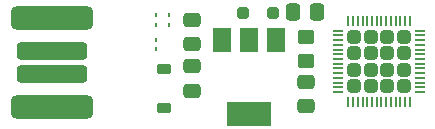
<source format=gbr>
%TF.GenerationSoftware,KiCad,Pcbnew,7.0.7-7.0.7~ubuntu22.04.1*%
%TF.CreationDate,2023-09-14T15:18:48+02:00*%
%TF.ProjectId,MoozyNano,4d6f6f7a-794e-4616-9e6f-2e6b69636164,rev?*%
%TF.SameCoordinates,Original*%
%TF.FileFunction,Paste,Top*%
%TF.FilePolarity,Positive*%
%FSLAX46Y46*%
G04 Gerber Fmt 4.6, Leading zero omitted, Abs format (unit mm)*
G04 Created by KiCad (PCBNEW 7.0.7-7.0.7~ubuntu22.04.1) date 2023-09-14 15:18:48*
%MOMM*%
%LPD*%
G01*
G04 APERTURE LIST*
G04 Aperture macros list*
%AMRoundRect*
0 Rectangle with rounded corners*
0 $1 Rounding radius*
0 $2 $3 $4 $5 $6 $7 $8 $9 X,Y pos of 4 corners*
0 Add a 4 corners polygon primitive as box body*
4,1,4,$2,$3,$4,$5,$6,$7,$8,$9,$2,$3,0*
0 Add four circle primitives for the rounded corners*
1,1,$1+$1,$2,$3*
1,1,$1+$1,$4,$5*
1,1,$1+$1,$6,$7*
1,1,$1+$1,$8,$9*
0 Add four rect primitives between the rounded corners*
20,1,$1+$1,$2,$3,$4,$5,0*
20,1,$1+$1,$4,$5,$6,$7,0*
20,1,$1+$1,$6,$7,$8,$9,0*
20,1,$1+$1,$8,$9,$2,$3,0*%
G04 Aperture macros list end*
%ADD10RoundRect,0.250000X0.475000X-0.337500X0.475000X0.337500X-0.475000X0.337500X-0.475000X-0.337500X0*%
%ADD11RoundRect,0.250000X-0.475000X0.337500X-0.475000X-0.337500X0.475000X-0.337500X0.475000X0.337500X0*%
%ADD12RoundRect,0.250000X-0.337500X-0.475000X0.337500X-0.475000X0.337500X0.475000X-0.337500X0.475000X0*%
%ADD13RoundRect,0.050000X-0.050000X-0.387500X0.050000X-0.387500X0.050000X0.387500X-0.050000X0.387500X0*%
%ADD14RoundRect,0.050000X-0.387500X-0.050000X0.387500X-0.050000X0.387500X0.050000X-0.387500X0.050000X0*%
%ADD15RoundRect,0.250000X-0.315000X-0.315000X0.315000X-0.315000X0.315000X0.315000X-0.315000X0.315000X0*%
%ADD16RoundRect,0.250000X-0.450000X0.350000X-0.450000X-0.350000X0.450000X-0.350000X0.450000X0.350000X0*%
%ADD17RoundRect,0.225000X-0.375000X0.225000X-0.375000X-0.225000X0.375000X-0.225000X0.375000X0.225000X0*%
%ADD18RoundRect,0.062500X0.062500X-0.117500X0.062500X0.117500X-0.062500X0.117500X-0.062500X-0.117500X0*%
%ADD19RoundRect,0.500000X-3.000000X-0.500000X3.000000X-0.500000X3.000000X0.500000X-3.000000X0.500000X0*%
%ADD20RoundRect,0.375000X-2.625000X-0.375000X2.625000X-0.375000X2.625000X0.375000X-2.625000X0.375000X0*%
%ADD21RoundRect,0.250000X0.250000X0.250000X-0.250000X0.250000X-0.250000X-0.250000X0.250000X-0.250000X0*%
%ADD22R,1.500000X2.000000*%
%ADD23R,3.800000X2.000000*%
G04 APERTURE END LIST*
D10*
%TO.C,C4*%
X132994400Y-85119300D03*
X132994400Y-87194300D03*
%TD*%
D11*
%TO.C,C1*%
X123342400Y-83823900D03*
X123342400Y-85898900D03*
%TD*%
D12*
%TO.C,C3*%
X131880700Y-79197200D03*
X133955700Y-79197200D03*
%TD*%
D13*
%TO.C,U2*%
X136572600Y-79950700D03*
X136972600Y-79950700D03*
X137372600Y-79950700D03*
X137772600Y-79950700D03*
X138172600Y-79950700D03*
X138572600Y-79950700D03*
X138972600Y-79950700D03*
X139372600Y-79950700D03*
X139772600Y-79950700D03*
X140172600Y-79950700D03*
X140572600Y-79950700D03*
X140972600Y-79950700D03*
X141372600Y-79950700D03*
X141772600Y-79950700D03*
D14*
X142610100Y-80788200D03*
X142610100Y-81188200D03*
X142610100Y-81588200D03*
X142610100Y-81988200D03*
X142610100Y-82388200D03*
X142610100Y-82788200D03*
X142610100Y-83188200D03*
X142610100Y-83588200D03*
X142610100Y-83988200D03*
X142610100Y-84388200D03*
X142610100Y-84788200D03*
X142610100Y-85188200D03*
X142610100Y-85588200D03*
X142610100Y-85988200D03*
D13*
X141772600Y-86825700D03*
X141372600Y-86825700D03*
X140972600Y-86825700D03*
X140572600Y-86825700D03*
X140172600Y-86825700D03*
X139772600Y-86825700D03*
X139372600Y-86825700D03*
X138972600Y-86825700D03*
X138572600Y-86825700D03*
X138172600Y-86825700D03*
X137772600Y-86825700D03*
X137372600Y-86825700D03*
X136972600Y-86825700D03*
X136572600Y-86825700D03*
D14*
X135735100Y-85988200D03*
X135735100Y-85588200D03*
X135735100Y-85188200D03*
X135735100Y-84788200D03*
X135735100Y-84388200D03*
X135735100Y-83988200D03*
X135735100Y-83588200D03*
X135735100Y-83188200D03*
X135735100Y-82788200D03*
X135735100Y-82388200D03*
X135735100Y-81988200D03*
X135735100Y-81588200D03*
X135735100Y-81188200D03*
X135735100Y-80788200D03*
D15*
X141272600Y-85488200D03*
X141272600Y-84088200D03*
X141272600Y-82688200D03*
X141272600Y-81288200D03*
X139872600Y-85488200D03*
X139872600Y-84088200D03*
X139872600Y-82688200D03*
X139872600Y-81288200D03*
X138472600Y-85488200D03*
X138472600Y-84088200D03*
X138472600Y-82688200D03*
X138472600Y-81288200D03*
X137072600Y-85488200D03*
X137072600Y-84088200D03*
X137072600Y-82688200D03*
X137072600Y-81288200D03*
%TD*%
D16*
%TO.C,R1*%
X133019800Y-81321400D03*
X133019800Y-83321400D03*
%TD*%
D10*
%TO.C,C2*%
X123317000Y-81936500D03*
X123317000Y-79861500D03*
%TD*%
D17*
%TO.C,D5*%
X120980200Y-84049600D03*
X120980200Y-87349600D03*
%TD*%
D18*
%TO.C,D2*%
X121412000Y-79484700D03*
X121412000Y-80324700D03*
%TD*%
D19*
%TO.C,U3*%
X111455200Y-79723600D03*
D20*
X111455200Y-82473600D03*
X111455200Y-84473600D03*
D19*
X111455200Y-87223600D03*
%TD*%
D21*
%TO.C,D1*%
X130180400Y-79273400D03*
X127680400Y-79273400D03*
%TD*%
D22*
%TO.C,U1*%
X130455500Y-81558600D03*
X128155500Y-81558600D03*
D23*
X128155500Y-87858600D03*
D22*
X125855500Y-81558600D03*
%TD*%
D18*
%TO.C,D3*%
X120269000Y-79484700D03*
X120269000Y-80324700D03*
%TD*%
%TO.C,D4*%
X120269000Y-81542100D03*
X120269000Y-82382100D03*
%TD*%
M02*

</source>
